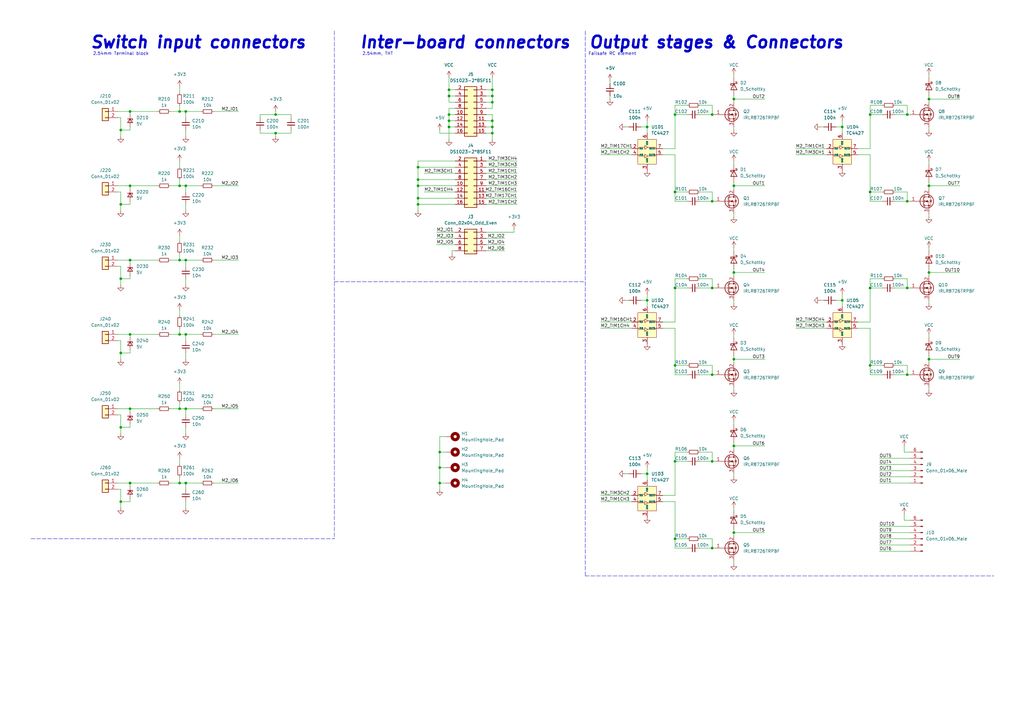
<source format=kicad_sch>
(kicad_sch (version 20211123) (generator eeschema)
  (paper "A3")
  (junction (at 73.66 137.16))
  (junction (at 49.53 144.78))
  (junction (at 49.53 175.26))
  (junction (at 356.87 149.86))
  (junction (at 292.1 153.67))
  (junction (at 372.11 153.67))
  (junction (at 113.03 54.61))
  (junction (at 73.66 76.2))
  (junction (at 76.2 76.2))
  (junction (at 381 76.2))
  (junction (at 73.66 198.12))
  (junction (at 292.1 46.99))
  (junction (at 180.34 185.42))
  (junction (at 201.93 49.53))
  (junction (at 300.99 40.64))
  (junction (at 113.03 46.99))
  (junction (at 53.34 76.2))
  (junction (at 171.45 73.66))
  (junction (at 49.53 205.74))
  (junction (at 53.34 198.12))
  (junction (at 276.86 189.23))
  (junction (at 53.34 45.72))
  (junction (at 53.34 137.16))
  (junction (at 300.99 111.76))
  (junction (at 356.87 118.11))
  (junction (at 300.99 218.44))
  (junction (at 372.11 82.55))
  (junction (at 171.45 81.28))
  (junction (at 49.53 53.34))
  (junction (at 76.2 198.12))
  (junction (at 276.86 78.74))
  (junction (at 345.44 52.07))
  (junction (at 265.43 123.19))
  (junction (at 49.53 83.82))
  (junction (at 180.34 191.77))
  (junction (at 300.99 76.2))
  (junction (at 184.15 49.53))
  (junction (at 201.93 39.37))
  (junction (at 184.15 52.07))
  (junction (at 73.66 45.72))
  (junction (at 276.86 46.99))
  (junction (at 292.1 224.79))
  (junction (at 184.15 39.37))
  (junction (at 76.2 106.68))
  (junction (at 184.15 46.99))
  (junction (at 276.86 220.98))
  (junction (at 292.1 82.55))
  (junction (at 201.93 36.83))
  (junction (at 73.66 106.68))
  (junction (at 345.44 123.19))
  (junction (at 372.11 118.11))
  (junction (at 49.53 114.3))
  (junction (at 265.43 52.07))
  (junction (at 76.2 45.72))
  (junction (at 292.1 118.11))
  (junction (at 201.93 41.91))
  (junction (at 300.99 182.88))
  (junction (at 381 111.76))
  (junction (at 276.86 118.11))
  (junction (at 356.87 78.74))
  (junction (at 76.2 167.64))
  (junction (at 184.15 36.83))
  (junction (at 372.11 46.99))
  (junction (at 292.1 189.23))
  (junction (at 180.34 198.12))
  (junction (at 356.87 46.99))
  (junction (at 201.93 54.61))
  (junction (at 381 147.32))
  (junction (at 171.45 68.58))
  (junction (at 381 40.64))
  (junction (at 171.45 76.2))
  (junction (at 265.43 194.31))
  (junction (at 73.66 167.64))
  (junction (at 53.34 106.68))
  (junction (at 171.45 83.82))
  (junction (at 201.93 52.07))
  (junction (at 300.99 147.32))
  (junction (at 76.2 137.16))
  (junction (at 276.86 149.86))
  (junction (at 53.34 167.64))
  (wire (pts (xy 345.44 123.19) (xy 345.44 125.73)))
  (wire (pts (xy 292.1 118.11) (xy 292.1 114.3)))
  (wire (pts (xy 199.39 97.79) (xy 207.01 97.79)))
  (wire (pts (xy 199.39 52.07) (xy 201.93 52.07)))
  (wire (pts (xy 171.45 76.2) (xy 171.45 81.28)))
  (wire (pts (xy 381 74.93) (xy 381 76.2)))
  (wire (pts (xy 49.53 175.26) (xy 53.34 175.26)))
  (wire (pts (xy 300.99 217.17) (xy 300.99 218.44)))
  (wire (pts (xy 76.2 198.12) (xy 76.2 200.66)))
  (wire (pts (xy 69.85 76.2) (xy 73.66 76.2)))
  (wire (pts (xy 361.95 114.3) (xy 356.87 114.3)))
  (wire (pts (xy 171.45 66.04) (xy 186.69 66.04)))
  (wire (pts (xy 179.07 97.79) (xy 186.69 97.79)))
  (wire (pts (xy 370.84 210.82) (xy 370.84 213.36)))
  (wire (pts (xy 370.84 213.36) (xy 373.38 213.36)))
  (wire (pts (xy 87.63 198.12) (xy 97.79 198.12)))
  (wire (pts (xy 276.86 153.67) (xy 281.94 153.67)))
  (wire (pts (xy 76.2 198.12) (xy 82.55 198.12)))
  (wire (pts (xy 199.39 83.82) (xy 212.09 83.82)))
  (wire (pts (xy 199.39 78.74) (xy 212.09 78.74)))
  (wire (pts (xy 367.03 149.86) (xy 372.11 149.86)))
  (wire (pts (xy 300.99 147.32) (xy 313.69 147.32)))
  (wire (pts (xy 300.99 146.05) (xy 300.99 147.32)))
  (wire (pts (xy 360.68 195.58) (xy 373.38 195.58)))
  (wire (pts (xy 199.39 76.2) (xy 212.09 76.2)))
  (polyline (pts (xy 240.03 115.57) (xy 240.03 236.22)))
  (wire (pts (xy 381 137.16) (xy 381 138.43)))
  (wire (pts (xy 265.43 194.31) (xy 265.43 196.85)))
  (wire (pts (xy 49.53 83.82) (xy 53.34 83.82)))
  (wire (pts (xy 76.2 208.28) (xy 76.2 205.74)))
  (wire (pts (xy 276.86 149.86) (xy 276.86 153.67)))
  (wire (pts (xy 372.11 46.99) (xy 372.11 43.18)))
  (polyline (pts (xy 137.16 115.57) (xy 240.03 115.57)))
  (wire (pts (xy 113.03 46.99) (xy 113.03 45.72)))
  (wire (pts (xy 356.87 118.11) (xy 361.95 118.11)))
  (wire (pts (xy 184.15 41.91) (xy 184.15 39.37)))
  (wire (pts (xy 179.07 100.33) (xy 186.69 100.33)))
  (wire (pts (xy 73.66 127) (xy 73.66 129.54)))
  (wire (pts (xy 201.93 52.07) (xy 201.93 54.61)))
  (wire (pts (xy 53.34 82.55) (xy 53.34 83.82)))
  (wire (pts (xy 246.38 132.08) (xy 259.08 132.08)))
  (wire (pts (xy 265.43 49.53) (xy 265.43 52.07)))
  (wire (pts (xy 53.34 173.99) (xy 53.34 175.26)))
  (wire (pts (xy 367.03 118.11) (xy 372.11 118.11)))
  (wire (pts (xy 360.68 190.5) (xy 373.38 190.5)))
  (polyline (pts (xy 137.16 12.7) (xy 137.16 220.98)))
  (wire (pts (xy 119.38 46.99) (xy 113.03 46.99)))
  (wire (pts (xy 287.02 153.67) (xy 292.1 153.67)))
  (wire (pts (xy 287.02 220.98) (xy 292.1 220.98)))
  (wire (pts (xy 53.34 137.16) (xy 64.77 137.16)))
  (wire (pts (xy 199.39 100.33) (xy 207.01 100.33)))
  (wire (pts (xy 246.38 203.2) (xy 259.08 203.2)))
  (wire (pts (xy 106.68 54.61) (xy 113.03 54.61)))
  (wire (pts (xy 49.53 78.74) (xy 49.53 83.82)))
  (wire (pts (xy 186.69 44.45) (xy 184.15 44.45)))
  (wire (pts (xy 73.66 157.48) (xy 73.66 160.02)))
  (wire (pts (xy 381 158.75) (xy 381 160.02)))
  (wire (pts (xy 300.99 74.93) (xy 300.99 76.2)))
  (wire (pts (xy 361.95 78.74) (xy 356.87 78.74)))
  (wire (pts (xy 171.45 73.66) (xy 171.45 76.2)))
  (wire (pts (xy 281.94 43.18) (xy 276.86 43.18)))
  (wire (pts (xy 49.53 139.7) (xy 49.53 144.78)))
  (wire (pts (xy 276.86 60.96) (xy 276.86 46.99)))
  (wire (pts (xy 171.45 86.36) (xy 171.45 83.82)))
  (wire (pts (xy 180.34 191.77) (xy 182.88 191.77)))
  (wire (pts (xy 76.2 177.8) (xy 76.2 175.26)))
  (wire (pts (xy 182.88 179.07) (xy 180.34 179.07)))
  (wire (pts (xy 381 30.48) (xy 381 31.75)))
  (wire (pts (xy 326.39 132.08) (xy 339.09 132.08)))
  (wire (pts (xy 199.39 46.99) (xy 201.93 46.99)))
  (wire (pts (xy 201.93 54.61) (xy 199.39 54.61)))
  (wire (pts (xy 53.34 143.51) (xy 53.34 144.78)))
  (wire (pts (xy 300.99 39.37) (xy 300.99 40.64)))
  (wire (pts (xy 300.99 101.6) (xy 300.99 102.87)))
  (wire (pts (xy 381 111.76) (xy 381 113.03)))
  (wire (pts (xy 381 52.07) (xy 381 53.34)))
  (wire (pts (xy 49.53 205.74) (xy 49.53 208.28)))
  (wire (pts (xy 87.63 106.68) (xy 97.79 106.68)))
  (wire (pts (xy 381 146.05) (xy 381 147.32)))
  (wire (pts (xy 76.2 45.72) (xy 76.2 48.26)))
  (wire (pts (xy 367.03 114.3) (xy 372.11 114.3)))
  (wire (pts (xy 199.39 95.25) (xy 210.82 95.25)))
  (wire (pts (xy 76.2 55.88) (xy 76.2 53.34)))
  (wire (pts (xy 119.38 48.26) (xy 119.38 46.99)))
  (wire (pts (xy 342.9 52.07) (xy 345.44 52.07)))
  (wire (pts (xy 250.19 34.29) (xy 250.19 33.02)))
  (wire (pts (xy 276.86 46.99) (xy 281.94 46.99)))
  (wire (pts (xy 73.66 76.2) (xy 73.66 73.66)))
  (wire (pts (xy 76.2 86.36) (xy 76.2 83.82)))
  (wire (pts (xy 381 40.64) (xy 393.7 40.64)))
  (wire (pts (xy 360.68 198.12) (xy 373.38 198.12)))
  (wire (pts (xy 171.45 76.2) (xy 186.69 76.2)))
  (wire (pts (xy 336.55 123.19) (xy 337.82 123.19)))
  (wire (pts (xy 53.34 113.03) (xy 53.34 114.3)))
  (wire (pts (xy 360.68 220.98) (xy 373.38 220.98)))
  (wire (pts (xy 265.43 52.07) (xy 265.43 54.61)))
  (wire (pts (xy 292.1 224.79) (xy 293.37 224.79)))
  (wire (pts (xy 48.26 109.22) (xy 49.53 109.22)))
  (wire (pts (xy 356.87 149.86) (xy 356.87 153.67)))
  (wire (pts (xy 281.94 78.74) (xy 276.86 78.74)))
  (wire (pts (xy 287.02 224.79) (xy 292.1 224.79)))
  (wire (pts (xy 360.68 218.44) (xy 373.38 218.44)))
  (polyline (pts (xy 240.03 236.22) (xy 407.67 236.22)))
  (wire (pts (xy 287.02 185.42) (xy 292.1 185.42)))
  (wire (pts (xy 356.87 78.74) (xy 356.87 82.55)))
  (wire (pts (xy 53.34 76.2) (xy 64.77 76.2)))
  (wire (pts (xy 180.34 198.12) (xy 182.88 198.12)))
  (wire (pts (xy 372.11 82.55) (xy 373.38 82.55)))
  (wire (pts (xy 199.39 49.53) (xy 201.93 49.53)))
  (wire (pts (xy 73.66 66.04) (xy 73.66 68.58)))
  (wire (pts (xy 360.68 223.52) (xy 373.38 223.52)))
  (wire (pts (xy 367.03 153.67) (xy 372.11 153.67)))
  (wire (pts (xy 351.79 60.96) (xy 356.87 60.96)))
  (wire (pts (xy 246.38 205.74) (xy 259.08 205.74)))
  (wire (pts (xy 271.78 60.96) (xy 276.86 60.96)))
  (wire (pts (xy 199.39 41.91) (xy 201.93 41.91)))
  (wire (pts (xy 48.26 200.66) (xy 49.53 200.66)))
  (wire (pts (xy 300.99 30.48) (xy 300.99 31.75)))
  (wire (pts (xy 300.99 76.2) (xy 313.69 76.2)))
  (wire (pts (xy 360.68 193.04) (xy 373.38 193.04)))
  (wire (pts (xy 73.66 76.2) (xy 76.2 76.2)))
  (wire (pts (xy 173.99 71.12) (xy 186.69 71.12)))
  (wire (pts (xy 256.54 123.19) (xy 257.81 123.19)))
  (wire (pts (xy 262.89 123.19) (xy 265.43 123.19)))
  (wire (pts (xy 356.87 114.3) (xy 356.87 118.11)))
  (wire (pts (xy 53.34 52.07) (xy 53.34 53.34)))
  (wire (pts (xy 276.86 78.74) (xy 276.86 82.55)))
  (wire (pts (xy 53.34 167.64) (xy 53.34 168.91)))
  (wire (pts (xy 246.38 134.62) (xy 259.08 134.62)))
  (wire (pts (xy 49.53 53.34) (xy 49.53 55.88)))
  (wire (pts (xy 356.87 82.55) (xy 361.95 82.55)))
  (wire (pts (xy 361.95 149.86) (xy 356.87 149.86)))
  (wire (pts (xy 300.99 182.88) (xy 300.99 184.15)))
  (wire (pts (xy 276.86 114.3) (xy 276.86 118.11)))
  (wire (pts (xy 73.66 45.72) (xy 73.66 43.18)))
  (wire (pts (xy 201.93 31.75) (xy 201.93 36.83)))
  (wire (pts (xy 53.34 45.72) (xy 53.34 46.99)))
  (wire (pts (xy 49.53 170.18) (xy 49.53 175.26)))
  (wire (pts (xy 186.69 102.87) (xy 185.42 102.87)))
  (wire (pts (xy 180.34 185.42) (xy 180.34 191.77)))
  (wire (pts (xy 381 123.19) (xy 381 124.46)))
  (wire (pts (xy 300.99 147.32) (xy 300.99 148.59)))
  (wire (pts (xy 292.1 46.99) (xy 292.1 43.18)))
  (wire (pts (xy 372.11 82.55) (xy 372.11 78.74)))
  (wire (pts (xy 381 101.6) (xy 381 102.87)))
  (wire (pts (xy 381 87.63) (xy 381 88.9)))
  (wire (pts (xy 361.95 43.18) (xy 356.87 43.18)))
  (wire (pts (xy 300.99 52.07) (xy 300.99 53.34)))
  (wire (pts (xy 49.53 175.26) (xy 49.53 177.8)))
  (wire (pts (xy 292.1 153.67) (xy 293.37 153.67)))
  (wire (pts (xy 281.94 185.42) (xy 276.86 185.42)))
  (wire (pts (xy 351.79 63.5) (xy 356.87 63.5)))
  (wire (pts (xy 173.99 78.74) (xy 186.69 78.74)))
  (wire (pts (xy 119.38 54.61) (xy 113.03 54.61)))
  (wire (pts (xy 73.66 167.64) (xy 76.2 167.64)))
  (wire (pts (xy 300.99 110.49) (xy 300.99 111.76)))
  (wire (pts (xy 76.2 167.64) (xy 76.2 170.18)))
  (wire (pts (xy 53.34 204.47) (xy 53.34 205.74)))
  (wire (pts (xy 356.87 60.96) (xy 356.87 46.99)))
  (wire (pts (xy 171.45 68.58) (xy 171.45 73.66)))
  (wire (pts (xy 326.39 63.5) (xy 339.09 63.5)))
  (wire (pts (xy 292.1 153.67) (xy 292.1 149.86)))
  (wire (pts (xy 360.68 226.06) (xy 373.38 226.06)))
  (wire (pts (xy 180.34 191.77) (xy 180.34 198.12)))
  (wire (pts (xy 287.02 82.55) (xy 292.1 82.55)))
  (wire (pts (xy 171.45 68.58) (xy 186.69 68.58)))
  (wire (pts (xy 250.19 40.64) (xy 250.19 39.37)))
  (wire (pts (xy 201.93 46.99) (xy 201.93 49.53)))
  (wire (pts (xy 184.15 39.37) (xy 184.15 36.83)))
  (wire (pts (xy 276.86 118.11) (xy 281.94 118.11)))
  (wire (pts (xy 345.44 120.65) (xy 345.44 123.19)))
  (wire (pts (xy 276.86 203.2) (xy 276.86 189.23)))
  (wire (pts (xy 53.34 106.68) (xy 64.77 106.68)))
  (wire (pts (xy 69.85 45.72) (xy 73.66 45.72)))
  (wire (pts (xy 119.38 53.34) (xy 119.38 54.61)))
  (wire (pts (xy 265.43 191.77) (xy 265.43 194.31)))
  (wire (pts (xy 171.45 81.28) (xy 171.45 83.82)))
  (wire (pts (xy 300.99 66.04) (xy 300.99 67.31)))
  (wire (pts (xy 199.39 73.66) (xy 212.09 73.66)))
  (wire (pts (xy 49.53 144.78) (xy 53.34 144.78)))
  (wire (pts (xy 300.99 218.44) (xy 300.99 219.71)))
  (wire (pts (xy 199.39 68.58) (xy 212.09 68.58)))
  (wire (pts (xy 76.2 137.16) (xy 82.55 137.16)))
  (wire (pts (xy 372.11 46.99) (xy 373.38 46.99)))
  (wire (pts (xy 287.02 149.86) (xy 292.1 149.86)))
  (wire (pts (xy 292.1 189.23) (xy 293.37 189.23)))
  (wire (pts (xy 265.43 123.19) (xy 265.43 125.73)))
  (wire (pts (xy 287.02 118.11) (xy 292.1 118.11)))
  (wire (pts (xy 300.99 229.87) (xy 300.99 231.14)))
  (wire (pts (xy 49.53 205.74) (xy 53.34 205.74)))
  (wire (pts (xy 367.03 82.55) (xy 372.11 82.55)))
  (wire (pts (xy 356.87 132.08) (xy 356.87 118.11)))
  (wire (pts (xy 300.99 40.64) (xy 300.99 41.91)))
  (wire (pts (xy 184.15 49.53) (xy 186.69 49.53)))
  (wire (pts (xy 276.86 134.62) (xy 276.86 149.86)))
  (wire (pts (xy 201.93 36.83) (xy 199.39 36.83)))
  (wire (pts (xy 76.2 137.16) (xy 76.2 139.7)))
  (wire (pts (xy 367.03 78.74) (xy 372.11 78.74)))
  (wire (pts (xy 271.78 203.2) (xy 276.86 203.2)))
  (wire (pts (xy 381 40.64) (xy 381 41.91)))
  (wire (pts (xy 180.34 179.07) (xy 180.34 185.42)))
  (wire (pts (xy 246.38 60.96) (xy 259.08 60.96)))
  (wire (pts (xy 53.34 198.12) (xy 53.34 199.39)))
  (wire (pts (xy 300.99 40.64) (xy 313.69 40.64)))
  (wire (pts (xy 300.99 87.63) (xy 300.99 88.9)))
  (polyline (pts (xy 240.03 12.7) (xy 240.03 115.57)))
  (wire (pts (xy 48.26 139.7) (xy 49.53 139.7)))
  (wire (pts (xy 356.87 134.62) (xy 356.87 149.86)))
  (wire (pts (xy 360.68 215.9) (xy 373.38 215.9)))
  (wire (pts (xy 49.53 200.66) (xy 49.53 205.74)))
  (wire (pts (xy 185.42 102.87) (xy 185.42 104.14)))
  (wire (pts (xy 300.99 218.44) (xy 313.69 218.44)))
  (wire (pts (xy 300.99 194.31) (xy 300.99 195.58)))
  (wire (pts (xy 180.34 198.12) (xy 180.34 200.66)))
  (wire (pts (xy 180.34 185.42) (xy 182.88 185.42)))
  (wire (pts (xy 179.07 95.25) (xy 186.69 95.25)))
  (wire (pts (xy 171.45 83.82) (xy 186.69 83.82)))
  (wire (pts (xy 342.9 123.19) (xy 345.44 123.19)))
  (wire (pts (xy 381 110.49) (xy 381 111.76)))
  (wire (pts (xy 180.34 53.34) (xy 180.34 54.61)))
  (wire (pts (xy 276.86 63.5) (xy 276.86 78.74)))
  (polyline (pts (xy 12.7 220.98) (xy 137.16 220.98)))
  (wire (pts (xy 48.26 106.68) (xy 53.34 106.68)))
  (wire (pts (xy 372.11 118.11) (xy 373.38 118.11)))
  (wire (pts (xy 287.02 46.99) (xy 292.1 46.99)))
  (wire (pts (xy 53.34 167.64) (xy 64.77 167.64)))
  (wire (pts (xy 281.94 114.3) (xy 276.86 114.3)))
  (wire (pts (xy 69.85 137.16) (xy 73.66 137.16)))
  (wire (pts (xy 184.15 31.75) (xy 184.15 36.83)))
  (wire (pts (xy 73.66 35.56) (xy 73.66 38.1)))
  (wire (pts (xy 53.34 45.72) (xy 64.77 45.72)))
  (wire (pts (xy 184.15 44.45) (xy 184.15 46.99)))
  (wire (pts (xy 184.15 52.07) (xy 184.15 57.15)))
  (wire (pts (xy 276.86 43.18) (xy 276.86 46.99)))
  (wire (pts (xy 184.15 49.53) (xy 184.15 52.07)))
  (wire (pts (xy 69.85 167.64) (xy 73.66 167.64)))
  (wire (pts (xy 73.66 137.16) (xy 76.2 137.16)))
  (wire (pts (xy 262.89 52.07) (xy 265.43 52.07)))
  (wire (pts (xy 300.99 158.75) (xy 300.99 160.02)))
  (wire (pts (xy 287.02 78.74) (xy 292.1 78.74)))
  (wire (pts (xy 356.87 63.5) (xy 356.87 78.74)))
  (wire (pts (xy 48.26 198.12) (xy 53.34 198.12)))
  (wire (pts (xy 381 111.76) (xy 393.7 111.76)))
  (wire (pts (xy 262.89 194.31) (xy 265.43 194.31)))
  (wire (pts (xy 281.94 149.86) (xy 276.86 149.86)))
  (wire (pts (xy 171.45 73.66) (xy 186.69 73.66)))
  (wire (pts (xy 53.34 198.12) (xy 64.77 198.12)))
  (wire (pts (xy 265.43 120.65) (xy 265.43 123.19)))
  (wire (pts (xy 356.87 153.67) (xy 361.95 153.67)))
  (wire (pts (xy 372.11 153.67) (xy 373.38 153.67)))
  (wire (pts (xy 372.11 118.11) (xy 372.11 114.3)))
  (wire (pts (xy 48.26 170.18) (xy 49.53 170.18)))
  (wire (pts (xy 292.1 224.79) (xy 292.1 220.98)))
  (wire (pts (xy 381 39.37) (xy 381 40.64)))
  (wire (pts (xy 381 147.32) (xy 393.7 147.32)))
  (wire (pts (xy 326.39 134.62) (xy 339.09 134.62)))
  (wire (pts (xy 49.53 109.22) (xy 49.53 114.3)))
  (wire (pts (xy 300.99 111.76) (xy 300.99 113.03)))
  (wire (pts (xy 106.68 46.99) (xy 113.03 46.99)))
  (wire (pts (xy 345.44 52.07) (xy 345.44 54.61)))
  (wire (pts (xy 300.99 111.76) (xy 313.69 111.76)))
  (wire (pts (xy 199.39 81.28) (xy 212.09 81.28)))
  (wire (pts (xy 356.87 43.18) (xy 356.87 46.99)))
  (wire (pts (xy 276.86 185.42) (xy 276.86 189.23)))
  (wire (pts (xy 184.15 41.91) (xy 186.69 41.91)))
  (wire (pts (xy 76.2 147.32) (xy 76.2 144.78)))
  (wire (pts (xy 73.66 198.12) (xy 76.2 198.12)))
  (wire (pts (xy 210.82 93.98) (xy 210.82 95.25)))
  (wire (pts (xy 76.2 106.68) (xy 76.2 109.22)))
  (wire (pts (xy 48.26 45.72) (xy 53.34 45.72)))
  (wire (pts (xy 184.15 39.37) (xy 186.69 39.37)))
  (wire (pts (xy 271.78 132.08) (xy 276.86 132.08)))
  (wire (pts (xy 256.54 194.31) (xy 257.81 194.31)))
  (wire (pts (xy 326.39 60.96) (xy 339.09 60.96)))
  (wire (pts (xy 372.11 153.67) (xy 372.11 149.86)))
  (wire (pts (xy 287.02 114.3) (xy 292.1 114.3)))
  (wire (pts (xy 367.03 43.18) (xy 372.11 43.18)))
  (wire (pts (xy 276.86 82.55) (xy 281.94 82.55)))
  (wire (pts (xy 76.2 76.2) (xy 76.2 78.74)))
  (wire (pts (xy 351.79 134.62) (xy 356.87 134.62)))
  (wire (pts (xy 49.53 83.82) (xy 49.53 86.36)))
  (wire (pts (xy 287.02 189.23) (xy 292.1 189.23)))
  (wire (pts (xy 49.53 114.3) (xy 49.53 116.84)))
  (wire (pts (xy 53.34 106.68) (xy 53.34 107.95)))
  (wire (pts (xy 69.85 106.68) (xy 73.66 106.68)))
  (wire (pts (xy 73.66 198.12) (xy 73.66 195.58)))
  (wire (pts (xy 276.86 205.74) (xy 276.86 220.98)))
  (wire (pts (xy 73.66 45.72) (xy 76.2 45.72)))
  (wire (pts (xy 73.66 167.64) (xy 73.66 165.1)))
  (wire (pts (xy 271.78 134.62) (xy 276.86 134.62)))
  (wire (pts (xy 171.45 81.28) (xy 186.69 81.28)))
  (wire (pts (xy 292.1 82.55) (xy 292.1 78.74)))
  (wire (pts (xy 184.15 46.99) (xy 184.15 49.53)))
  (wire (pts (xy 360.68 187.96) (xy 373.38 187.96)))
  (wire (pts (xy 180.34 54.61) (xy 186.69 54.61)))
  (wire (pts (xy 271.78 63.5) (xy 276.86 63.5)))
  (wire (pts (xy 48.26 167.64) (xy 53.34 167.64)))
  (wire (pts (xy 48.26 48.26) (xy 49.53 48.26)))
  (wire (pts (xy 87.63 76.2) (xy 97.79 76.2)))
  (wire (pts (xy 73.66 96.52) (xy 73.66 99.06)))
  (wire (pts (xy 345.44 49.53) (xy 345.44 52.07)))
  (wire (pts (xy 292.1 46.99) (xy 293.37 46.99)))
  (wire (pts (xy 48.26 78.74) (xy 49.53 78.74)))
  (wire (pts (xy 336.55 52.07) (xy 337.82 52.07)))
  (wire (pts (xy 76.2 116.84) (xy 76.2 114.3)))
  (wire (pts (xy 276.86 132.08) (xy 276.86 118.11)))
  (wire (pts (xy 271.78 205.74) (xy 276.86 205.74)))
  (wire (pts (xy 351.79 132.08) (xy 356.87 132.08)))
  (wire (pts (xy 300.99 76.2) (xy 300.99 77.47)))
  (wire (pts (xy 73.66 187.96) (xy 73.66 190.5)))
  (wire (pts (xy 300.99 172.72) (xy 300.99 173.99)))
  (wire (pts (xy 300.99 137.16) (xy 300.99 138.43)))
  (wire (pts (xy 300.99 123.19) (xy 300.99 124.46)))
  (wire (pts (xy 76.2 167.64) (xy 82.55 167.64)))
  (wire (pts (xy 381 147.32) (xy 381 148.59)))
  (wire (pts (xy 201.93 44.45) (xy 201.93 41.91)))
  (wire (pts (xy 381 66.04) (xy 381 67.31)))
  (wire (pts (xy 53.34 76.2) (xy 53.34 77.47)))
  (wire (pts (xy 49.53 53.34) (xy 53.34 53.34)))
  (wire (pts (xy 300.99 208.28) (xy 300.99 209.55)))
  (wire (pts (xy 199.39 39.37) (xy 201.93 39.37)))
  (wire (pts (xy 184.15 52.07) (xy 186.69 52.07)))
  (wire (pts (xy 73.66 137.16) (xy 73.66 134.62)))
  (wire (pts (xy 69.85 198.12) (xy 73.66 198.12)))
  (wire (pts (xy 106.68 53.34) (xy 106.68 54.61)))
  (wire (pts (xy 276.86 224.79) (xy 281.94 224.79)))
  (wire (pts (xy 106.68 48.26) (xy 106.68 46.99)))
  (wire (pts (xy 76.2 106.68) (xy 82.55 106.68)))
  (wire (pts (xy 300.99 181.61) (xy 300.99 182.88)))
  (wire (pts (xy 381 76.2) (xy 393.7 76.2)))
  (wire (pts (xy 48.26 76.2) (xy 53.34 76.2)))
  (wire (pts (xy 281.94 220.98) (xy 276.86 220.98)))
  (wire (pts (xy 370.84 182.88) (xy 370.84 185.42)))
  (wire (pts (xy 87.63 137.16) (xy 97.79 137.16)))
  (wire (pts (xy 292.1 118.11) (xy 293.37 118.11)))
  (wire (pts (xy 73.66 106.68) (xy 73.66 104.14)))
  (wire (pts (xy 292.1 82.55) (xy 293.37 82.55)))
  (wire (pts (xy 73.66 106.68) (xy 76.2 106.68)))
  (wire (pts (xy 49.53 144.78) (xy 49.53 147.32)))
  (wire (pts (xy 53.34 137.16) (xy 53.34 138.43)))
  (wire (pts (xy 300.99 182.88) (xy 313.69 182.88)))
  (wire (pts (xy 201.93 41.91) (xy 201.93 39.37)))
  (wire (pts (xy 370.84 185.42) (xy 373.38 185.42)))
  (wire (pts (xy 87.63 167.64) (xy 97.79 167.64)))
  (wire (pts (xy 76.2 76.2) (xy 82.55 76.2)))
  (wire (pts (xy 199.39 102.87) (xy 207.01 102.87)))
  (wire (pts (xy 356.87 46.99) (xy 361.95 46.99)))
  (wire (pts (xy 292.1 189.23) (xy 292.1 185.42)))
  (wire (pts (xy 87.63 45.72) (xy 97.79 45.72)))
  (wire (pts (xy 113.03 54.61) (xy 113.03 55.88)))
  (wire (pts (xy 76.2 45.72) (xy 82.55 45.72)))
  (wire (pts (xy 201.93 39.37) (xy 201.93 36.83)))
  (wire (pts (xy 201.93 54.61) (xy 201.93 57.15)))
  (wire (pts (xy 199.39 71.12) (xy 212.09 71.12)))
  (wire (pts (xy 256.54 52.07) (xy 257.81 52.07)))
  (wire (pts (xy 49.53 48.26) (xy 49.53 53.34)))
  (wire (pts (xy 287.02 43.18) (xy 292.1 43.18)))
  (wire (pts (xy 276.86 189.23) (xy 281.94 189.23)))
  (wire (pts (xy 48.26 137.16) (xy 53.34 137.16)))
  (wire (pts (xy 186.69 46.99) (xy 184.15 46.99)))
  (wire (pts (xy 381 76.2) (xy 381 77.47)))
  (wire (pts (xy 367.03 46.99) (xy 372.11 46.99)))
  (wire (pts (xy 184.15 36.83) (xy 186.69 36.83)))
  (wire (pts (xy 201.93 49.53) (xy 201.93 52.07)))
  (wire (pts (xy 49.53 114.3) (xy 53.34 114.3)))
  (wire (pts (xy 276.86 220.98) (xy 276.86 224.79)))
  (wire (pts (xy 171.45 66.04) (xy 171.45 68.58)))
  (wire (pts (xy 246.38 63.5) (xy 259.08 63.5)))
  (wire (pts (xy 199.39 44.45) (xy 201.93 44.45)))
  (wire (pts (xy 199.39 66.04) (xy 212.09 66.04)))
  (text "Failsafe RC element" (at 241.3 22.86 0) (effects (font (size 1.27 1.27)) (justify left bottom)))
  (text "Inter-board connectors" (at 147.32 20.32 0) (effects (font (size 4.8 4.8) (thickness 1) bold italic) (justify left bottom)))
  (text "Switch input connectors" (at 36.83 20.32 0) (effects (font (size 4.8 4.8) (thickness 1) bold italic) (justify left bottom)))
  (text "2.54mm Terminal block" (at 38.1 22.86 0) (effects (font (size 1.27 1.27)) (justify left bottom)))
  (text "2.54mm, THT" (at 148.59 22.86 0) (effects (font (size 1.27 1.27)) (justify left bottom)))
  (text "Output stages & Connectors" (at 241.3 20.32 0) (effects (font (size 4.8 4.8) (thickness 1) bold italic) (justify left bottom)))
  (label "OUT2" (at 313.69 40.64 180))
  (label "M2_IO2" (at 97.79 76.2 180))
  (label "OUT7" (at 360.68 223.52 0))
  (label "OUT3" (at 360.68 193.04 0))
  (label "OUT10" (at 360.68 215.9 0))
  (label "M2_IO5" (at 97.79 167.64 180))
  (label "M2_TIM1CH2" (at 246.38 63.5 0))
  (label "M2_TIM3CH1" (at 326.39 63.5 0))
  (label "M2_TIM3CH1" (at 173.99 71.12 0))
  (label "OUT7" (at 393.7 76.2 180))
  (label "M2_TIM1CH2" (at 212.09 83.82 180))
  (label "OUT9" (at 360.68 218.44 0))
  (label "M2_TIM1CH1" (at 212.09 71.12 180))
  (label "OUT10" (at 393.7 111.76 180))
  (label "OUT6" (at 360.68 226.06 0))
  (label "OUT1" (at 360.68 198.12 0))
  (label "M2_IO5" (at 179.07 100.33 0))
  (label "M2_TIM1CH4" (at 246.38 134.62 0))
  (label "M2_IO6" (at 97.79 198.12 180))
  (label "M2_IO1" (at 179.07 95.25 0))
  (label "M2_TIM3CH3" (at 326.39 134.62 0))
  (label "M2_IO2" (at 207.01 97.79 180))
  (label "M2_TIM3CH2" (at 246.38 203.2 0))
  (label "M2_TIM3CH2" (at 212.09 73.66 180))
  (label "M2_TIM1CH1" (at 326.39 60.96 0))
  (label "M2_TIM17CH1" (at 212.09 81.28 180))
  (label "OUT8" (at 393.7 40.64 180))
  (label "OUT1" (at 313.69 76.2 180))
  (label "M2_TIM1CH3" (at 246.38 205.74 0))
  (label "M2_IO6" (at 207.01 102.87 180))
  (label "M2_IO4" (at 97.79 137.16 180))
  (label "M2_TIM16CH1" (at 246.38 132.08 0))
  (label "M2_IO3" (at 97.79 106.68 180))
  (label "OUT4" (at 360.68 190.5 0))
  (label "OUT6" (at 313.69 182.88 180))
  (label "OUT5" (at 313.69 218.44 180))
  (label "OUT2" (at 360.68 195.58 0))
  (label "M2_IO3" (at 179.07 97.79 0))
  (label "M2_TIM3CH4" (at 326.39 132.08 0))
  (label "M2_IO1" (at 97.79 45.72 180))
  (label "M2_TIM16CH1" (at 212.09 78.74 180))
  (label "OUT5" (at 360.68 187.96 0))
  (label "OUT8" (at 360.68 220.98 0))
  (label "M2_IO4" (at 207.01 100.33 180))
  (label "OUT9" (at 393.7 147.32 180))
  (label "M2_TIM17CH1" (at 246.38 60.96 0))
  (label "M2_TIM3CH3" (at 212.09 68.58 180))
  (label "M2_TIM1CH3" (at 212.09 76.2 180))
  (label "M2_TIM3CH4" (at 212.09 66.04 180))
  (label "OUT3" (at 313.69 147.32 180))
  (label "OUT4" (at 313.69 111.76 180))
  (label "M2_TIM1CH4" (at 173.99 78.74 0))
  (symbol (lib_id "Device:R_Small") (at 67.31 198.12 90) (unit 1)
    (property "Reference" "R260" (at 67.31 193.04 90))
    (property "Value" "1k" (at 67.31 195.58 90))
    (property "Footprint" "Resistor_SMD:R_0402_1005Metric" (effects hide))
  )
  (symbol (lib_id "power:GND") (at 76.2 55.88 0) (unit 1)
    (property "Reference" "#PWR0103" (effects hide))
    (property "Value" "GND" (effects hide))
  )
  (symbol (lib_id "Device:R_Small") (at 85.09 167.64 90) (unit 1)
    (property "Reference" "R252" (at 85.09 162.56 90))
    (property "Value" "10k" (at 85.09 165.1 90))
    (property "Footprint" "Resistor_SMD:R_0402_1005Metric" (effects hide))
  )
  (symbol (lib_id "Connector_Generic:Conn_01x02") (at 43.18 106.68 0) (mirror y) (unit 1)
    (property "Reference" "J230" (at 43.18 100.33 0))
    (property "Value" "Conn_01x02" (at 43.18 102.87 0))
    (property "Footprint" "OwnLib:DB2ERC-2.54-2P-GN" (effects hide))
  )
  (symbol (lib_id "power:GND") (at 256.54 123.19 270) (unit 1)
    (property "Reference" "#PWR0166" (effects hide))
    (property "Value" "GND" (effects hide))
  )
  (symbol (lib_id "power:+3.3V") (at 73.66 127 0) (unit 1)
    (property "Reference" "#PWR0111" (effects hide))
    (property "Value" "+3.3V" (at 73.66 121.92 0))
  )
  (symbol (lib_id "Connector:Conn_01x06_Male") (at 378.46 220.98 180) (unit 1)
    (property "Reference" "J10" (at 379.73 218.4399 0) (effects (justify right)))
    (property "Value" "Conn_01x06_Male" (at 379.73 220.9799 0) (effects (justify right)))
    (property "Footprint" "Connector_Phoenix_MC:PhoenixContact_MCV_1,5_6-GF-3.81_1x06_P3.81mm_Vertical_ThreadedFlange" (effects hide))
  )
  (symbol (lib_id "power:+3.3V") (at 73.66 157.48 0) (unit 1)
    (property "Reference" "#PWR0117" (effects hide))
    (property "Value" "+3.3V" (at 73.66 152.4 0))
  )
  (symbol (lib_id "Connector_Generic:Conn_01x02") (at 43.18 167.64 0) (mirror y) (unit 1)
    (property "Reference" "J250" (at 43.18 161.29 0))
    (property "Value" "Conn_01x02" (at 43.18 163.83 0))
    (property "Footprint" "OwnLib:DB2ERC-2.54-2P-GN" (effects hide))
  )
  (symbol (lib_id "Device:R_Small") (at 85.09 106.68 90) (unit 1)
    (property "Reference" "R232" (at 85.09 101.6 90))
    (property "Value" "10k" (at 85.09 104.14 90))
    (property "Footprint" "Resistor_SMD:R_0402_1005Metric" (effects hide))
  )
  (symbol (lib_id "power:GND") (at 381 88.9 0) (unit 1)
    (property "Reference" "#PWR0164" (effects hide))
    (property "Value" "GND" (effects hide))
  )
  (symbol (lib_id "Device:R_Small") (at 364.49 114.3 90) (unit 1)
    (property "Reference" "R110" (at 359.41 113.03 90))
    (property "Value" "10k" (at 368.3 113.03 90))
    (property "Footprint" "Resistor_SMD:R_0402_1005Metric" (effects hide))
  )
  (symbol (lib_id "Device:Q_NMOS_GDS") (at 378.46 118.11 0) (unit 1)
    (property "Reference" "Q10" (at 384.81 116.8399 0) (effects (justify left)))
    (property "Value" "IRLR8726TRPBF" (at 384.81 119.3799 0) (effects (justify left)))
    (property "Footprint" "Package_TO_SOT_SMD:TO-252-2" (effects hide))
  )
  (symbol (lib_id "power:+3.3V") (at 210.82 93.98 0) (unit 1)
    (property "Reference" "#PWR0143" (effects hide))
    (property "Value" "+3.3V" (at 210.82 88.9 0))
  )
  (symbol (lib_id "power:GND") (at 76.2 116.84 0) (unit 1)
    (property "Reference" "#PWR0110" (effects hide))
    (property "Value" "GND" (effects hide))
  )
  (symbol (lib_id "power:+5V") (at 250.19 33.02 0) (unit 1)
    (property "Reference" "#PWR0123" (effects hide))
    (property "Value" "+5V" (at 250.19 27.94 0))
  )
  (symbol (lib_id "power:VCC") (at 300.99 208.28 0) (unit 1)
    (property "Reference" "#PWR0135" (effects hide))
    (property "Value" "VCC" (at 299.085 204.47 0) (effects (justify left)))
  )
  (symbol (lib_id "Connector_Generic:Conn_02x08_Odd_Even") (at 194.31 73.66 0) (mirror y) (unit 1)
    (property "Reference" "J4" (at 193.04 59.69 0))
    (property "Value" "DS1023-2*8SF11" (at 193.04 62.23 0))
    (property "Footprint" "Connector_PinSocket_2.54mm:PinSocket_2x08_P2.54mm_Vertical" (effects hide))
  )
  (symbol (lib_id "Mechanical:MountingHole_Pad") (at 185.42 185.42 270) (unit 1)
    (property "Reference" "H2" (at 189.23 184.1499 90) (effects (justify left)))
    (property "Value" "MountingHole_Pad" (at 189.23 186.6899 90) (effects (justify left)))
    (property "Footprint" "MountingHole:MountingHole_3.2mm_M3_Pad_Via" (effects hide))
  )
  (symbol (lib_id "Device:R_Small") (at 284.48 43.18 90) (unit 1)
    (property "Reference" "R102" (at 279.4 41.91 90))
    (property "Value" "10k" (at 288.29 41.91 90))
    (property "Footprint" "Resistor_SMD:R_0402_1005Metric" (effects hide))
  )
  (symbol (lib_id "Device:C_Small") (at 284.48 46.99 90) (unit 1)
    (property "Reference" "C102" (at 279.4 45.72 90))
    (property "Value" "100n" (at 288.29 45.72 90))
    (property "Footprint" "Capacitor_SMD:C_0402_1005Metric" (effects hide))
  )
  (symbol (lib_id "Device:C_Small") (at 76.2 50.8 0) (unit 1)
    (property "Reference" "C210" (at 78.74 49.5362 0) (effects (justify left)))
    (property "Value" "10n" (at 78.74 52.0762 0) (effects (justify left)))
    (property "Footprint" "Capacitor_SMD:C_0402_1005Metric" (effects hide))
  )
  (symbol (lib_id "Device:C_Small") (at 364.49 82.55 90) (unit 1)
    (property "Reference" "C107" (at 359.41 81.28 90))
    (property "Value" "100n" (at 368.3 81.28 90))
    (property "Footprint" "Capacitor_SMD:C_0402_1005Metric" (effects hide))
  )
  (symbol (lib_id "power:VCC") (at 381 137.16 0) (unit 1)
    (property "Reference" "#PWR0157" (effects hide))
    (property "Value" "VCC" (at 379.095 133.35 0) (effects (justify left)))
  )
  (symbol (lib_id "power:GND") (at 76.2 147.32 0) (unit 1)
    (property "Reference" "#PWR0118" (effects hide))
    (property "Value" "GND" (effects hide))
  )
  (symbol (lib_id "Device:Q_NMOS_GDS") (at 298.45 46.99 0) (unit 1)
    (property "Reference" "Q2" (at 304.8 45.7199 0) (effects (justify left)))
    (property "Value" "IRLR8726TRPBF" (at 304.8 48.2599 0) (effects (justify left)))
    (property "Footprint" "Package_TO_SOT_SMD:TO-252-2" (effects hide))
  )
  (symbol (lib_id "Device:C_Small") (at 340.36 52.07 90) (unit 1)
    (property "Reference" "C114" (at 340.3663 45.72 90))
    (property "Value" "100n" (at 340.3663 48.26 90))
    (property "Footprint" "Capacitor_SMD:C_0402_1005Metric" (effects hide))
  )
  (symbol (lib_id "Device:Q_NMOS_GDS") (at 298.45 82.55 0) (unit 1)
    (property "Reference" "Q1" (at 304.8 81.2799 0) (effects (justify left)))
    (property "Value" "IRLR8726TRPBF" (at 304.8 83.8199 0) (effects (justify left)))
    (property "Footprint" "Package_TO_SOT_SMD:TO-252-2" (effects hide))
  )
  (symbol (lib_id "power:GND") (at 180.34 200.66 0) (unit 1)
    (property "Reference" "#PWR0101" (effects hide))
    (property "Value" "GND" (effects hide))
  )
  (symbol (lib_id "power:VCC") (at 370.84 210.82 0) (unit 1)
    (property "Reference" "#PWR0177" (effects hide))
    (property "Value" "VCC" (at 368.935 207.01 0) (effects (justify left)))
  )
  (symbol (lib_id "Device:R_Small") (at 73.66 40.64 0) (unit 1)
    (property "Reference" "R211" (at 74.93 39.37 0) (effects (justify left)))
    (property "Value" "100k" (at 74.93 41.91 0) (effects (justify left)))
    (property "Footprint" "Resistor_SMD:R_0402_1005Metric" (effects hide))
  )
  (symbol (lib_id "Device:C_Small") (at 284.48 189.23 90) (unit 1)
    (property "Reference" "C106" (at 279.4 187.96 90))
    (property "Value" "100n" (at 288.29 187.96 90))
    (property "Footprint" "Capacitor_SMD:C_0402_1005Metric" (effects hide))
  )
  (symbol (lib_id "power:+3.3V") (at 73.66 96.52 0) (unit 1)
    (property "Reference" "#PWR0106" (effects hide))
    (property "Value" "+3.3V" (at 73.66 91.44 0))
  )
  (symbol (lib_id "power:GND") (at 49.53 208.28 0) (unit 1)
    (property "Reference" "#PWR0120" (effects hide))
    (property "Value" "GND" (effects hide))
  )
  (symbol (lib_id "power:GND") (at 49.53 55.88 0) (unit 1)
    (property "Reference" "#PWR0104" (effects hide))
    (property "Value" "GND" (effects hide))
  )
  (symbol (lib_id "Device:C_Small") (at 340.36 123.19 90) (unit 1)
    (property "Reference" "C115" (at 340.3663 116.84 90))
    (property "Value" "100n" (at 340.3663 119.38 90))
    (property "Footprint" "Capacitor_SMD:C_0402_1005Metric" (effects hide))
  )
  (symbol (lib_id "Mechanical:MountingHole_Pad") (at 185.42 191.77 270) (unit 1)
    (property "Reference" "H3" (at 189.23 190.4999 90) (effects (justify left)))
    (property "Value" "MountingHole_Pad" (at 189.23 193.0399 90) (effects (justify left)))
    (property "Footprint" "MountingHole:MountingHole_3.2mm_M3_Pad_Via" (effects hide))
  )
  (symbol (lib_id "power:GND") (at 49.53 86.36 0) (unit 1)
    (property "Reference" "#PWR0105" (effects hide))
    (property "Value" "GND" (effects hide))
  )
  (symbol (lib_id "Device:D_Schottky") (at 300.99 213.36 270) (unit 1)
    (property "Reference" "D5" (at 303.53 211.7724 90) (effects (justify left)))
    (property "Value" "D_Schottky" (at 303.53 214.3124 90) (effects (justify left)))
    (property "Footprint" "Diode_SMD:D_SMA" (effects hide))
  )
  (symbol (lib_id "power:GND") (at 49.53 147.32 0) (unit 1)
    (property "Reference" "#PWR0119" (effects hide))
    (property "Value" "GND" (effects hide))
  )
  (symbol (lib_id "power:GND") (at 256.54 52.07 270) (unit 1)
    (property "Reference" "#PWR0148" (effects hide))
    (property "Value" "GND" (effects hide))
  )
  (symbol (lib_id "Device:D_Schottky") (at 381 142.24 270) (unit 1)
    (property "Reference" "D9" (at 383.54 140.6524 90) (effects (justify left)))
    (property "Value" "D_Schottky" (at 383.54 143.1924 90) (effects (justify left)))
    (property "Footprint" "Diode_SMD:D_SMA" (effects hide))
  )
  (symbol (lib_id "power:GND") (at 76.2 86.36 0) (unit 1)
    (property "Reference" "#PWR0107" (effects hide))
    (property "Value" "GND" (effects hide))
  )
  (symbol (lib_id "power:+5V") (at 180.34 53.34 0) (unit 1)
    (property "Reference" "#PWR0170" (effects hide))
    (property "Value" "+5V" (at 180.34 48.26 0))
  )
  (symbol (lib_id "power:+3.3V") (at 73.66 66.04 0) (unit 1)
    (property "Reference" "#PWR0108" (effects hide))
    (property "Value" "+3.3V" (at 73.66 60.96 0))
  )
  (symbol (lib_id "power:VCC") (at 381 101.6 0) (unit 1)
    (property "Reference" "#PWR0158" (effects hide))
    (property "Value" "VCC" (at 379.095 97.79 0) (effects (justify left)))
  )
  (symbol (lib_id "Mechanical:MountingHole_Pad") (at 185.42 179.07 270) (unit 1)
    (property "Reference" "H1" (at 189.23 177.7999 90) (effects (justify left)))
    (property "Value" "MountingHole_Pad" (at 189.23 180.3399 90) (effects (justify left)))
    (property "Footprint" "MountingHole:MountingHole_3.2mm_M3_Pad_Via" (effects hide))
  )
  (symbol (lib_id "Device:R_Small") (at 284.48 220.98 90) (unit 1)
    (property "Reference" "R105" (at 279.4 219.71 90))
    (property "Value" "10k" (at 288.29 219.71 90))
    (property "Footprint" "Resistor_SMD:R_0402_1005Metric" (effects hide))
  )
  (symbol (lib_id "Device:C_Small") (at 284.48 153.67 90) (unit 1)
    (property "Reference" "C103" (at 279.4 152.4 90))
    (property "Value" "100n" (at 288.29 152.4 90))
    (property "Footprint" "Capacitor_SMD:C_0402_1005Metric" (effects hide))
  )
  (symbol (lib_id "power:VCC") (at 300.99 66.04 0) (unit 1)
    (property "Reference" "#PWR0153" (effects hide))
    (property "Value" "VCC" (at 299.085 62.23 0) (effects (justify left)))
  )
  (symbol (lib_id "Device:C_Small") (at 76.2 203.2 0) (unit 1)
    (property "Reference" "C260" (at 78.74 201.9362 0) (effects (justify left)))
    (property "Value" "10n" (at 78.74 204.4762 0) (effects (justify left)))
    (property "Footprint" "Capacitor_SMD:C_0402_1005Metric" (effects hide))
  )
  (symbol (lib_id "power:GND") (at 336.55 52.07 270) (unit 1)
    (property "Reference" "#PWR0150" (effects hide))
    (property "Value" "GND" (effects hide))
  )
  (symbol (lib_id "Device:D_Zener_Small") (at 53.34 171.45 270) (unit 1)
    (property "Reference" "D250" (at 55.88 170.1799 90) (effects (justify left)))
    (property "Value" "5V" (at 55.88 172.7199 90) (effects (justify left)))
    (property "Footprint" "Diode_SMD:D_SOD-323" (effects hide))
  )
  (symbol (lib_id "Device:C_Small") (at 364.49 153.67 90) (unit 1)
    (property "Reference" "C109" (at 359.41 152.4 90))
    (property "Value" "100n" (at 368.3 152.4 90))
    (property "Footprint" "Capacitor_SMD:C_0402_1005Metric" (effects hide))
  )
  (symbol (lib_id "Device:R_Small") (at 284.48 78.74 90) (unit 1)
    (property "Reference" "R101" (at 279.4 77.47 90))
    (property "Value" "10k" (at 288.29 77.47 90))
    (property "Footprint" "Resistor_SMD:R_0402_1005Metric" (effects hide))
  )
  (symbol (lib_id "Device:R_Small") (at 284.48 114.3 90) (unit 1)
    (property "Reference" "R104" (at 279.4 113.03 90))
    (property "Value" "10k" (at 288.29 113.03 90))
    (property "Footprint" "Resistor_SMD:R_0402_1005Metric" (effects hide))
  )
  (symbol (lib_id "Device:C_Small") (at 284.48 82.55 90) (unit 1)
    (property "Reference" "C101" (at 279.4 81.28 90))
    (property "Value" "100n" (at 288.29 81.28 90))
    (property "Footprint" "Capacitor_SMD:C_0402_1005Metric" (effects hide))
  )
  (symbol (lib_id "power:+5V") (at 345.44 120.65 0) (unit 1)
    (property "Reference" "#PWR0125" (effects hide))
    (property "Value" "+5V" (at 345.44 115.57 0))
  )
  (symbol (lib_id "Connector_Generic:Conn_02x04_Odd_Even") (at 194.31 97.79 0) (mirror y) (unit 1)
    (property "Reference" "J3" (at 193.04 88.9 0))
    (property "Value" "Conn_02x04_Odd_Even" (at 193.04 91.44 0))
    (property "Footprint" "Connector_PinSocket_2.54mm:PinSocket_2x04_P2.54mm_Vertical" (effects hide))
  )
  (symbol (lib_id "power:+3.3V") (at 113.03 45.72 0) (unit 1)
    (property "Reference" "#PWR0115" (effects hide))
    (property "Value" "+3.3V" (at 113.03 40.64 0))
  )
  (symbol (lib_id "Connector_Generic:Conn_02x08_Odd_Even") (at 194.31 44.45 0) (mirror y) (unit 1)
    (property "Reference" "J5" (at 193.04 30.48 0))
    (property "Value" "DS1023-2*8SF11" (at 193.04 33.02 0))
    (property "Footprint" "Connector_PinSocket_2.54mm:PinSocket_2x08_P2.54mm_Vertical" (effects hide))
  )
  (symbol (lib_id "power:GND") (at 76.2 208.28 0) (unit 1)
    (property "Reference" "#PWR0122" (effects hide))
    (property "Value" "GND" (effects hide))
  )
  (symbol (lib_id "Device:D_Zener_Small") (at 53.34 49.53 270) (unit 1)
    (property "Reference" "D210" (at 55.88 48.2599 90) (effects (justify left)))
    (property "Value" "5V" (at 55.88 50.7999 90) (effects (justify left)))
    (property "Footprint" "Diode_SMD:D_SOD-323" (effects hide))
  )
  (symbol (lib_id "Device:D_Schottky") (at 381 35.56 270) (unit 1)
    (property "Reference" "D8" (at 383.54 33.9724 90) (effects (justify left)))
    (property "Value" "D_Schottky" (at 383.54 36.5124 90) (effects (justify left)))
    (property "Footprint" "Diode_SMD:D_SMA" (effects hide))
  )
  (symbol (lib_id "OwnLib:TC4427") (at 265.43 62.23 0) (unit 1)
    (property "Reference" "U101" (at 267.0974 52.07 0) (effects (justify left)))
    (property "Value" "TC4427" (at 267.0974 54.61 0) (effects (justify left)))
    (property "Footprint" "Package_SO:SOIC-8_3.9x4.9mm_P1.27mm" (effects hide))
  )
  (symbol (lib_id "power:GND") (at 49.53 116.84 0) (unit 1)
    (property "Reference" "#PWR0109" (effects hide))
    (property "Value" "GND" (effects hide))
  )
  (symbol (lib_id "Device:Q_NMOS_GDS") (at 378.46 153.67 0) (unit 1)
    (property "Reference" "Q9" (at 384.81 152.3999 0) (effects (justify left)))
    (property "Value" "IRLR8726TRPBF" (at 384.81 154.9399 0) (effects (justify left)))
    (property "Footprint" "Package_TO_SOT_SMD:TO-252-2" (effects hide))
  )
  (symbol (lib_id "Mechanical:MountingHole_Pad") (at 185.42 198.12 270) (unit 1)
    (property "Reference" "H4" (at 189.23 196.8499 90) (effects (justify left)))
    (property "Value" "MountingHole_Pad" (at 189.23 199.3899 90) (effects (justify left)))
    (property "Footprint" "MountingHole:MountingHole_3.2mm_M3_Pad_Via" (effects hide))
  )
  (symbol (lib_id "Device:C_Small") (at 364.49 118.11 90) (unit 1)
    (property "Reference" "C110" (at 359.41 116.84 90))
    (property "Value" "100n" (at 368.3 116.84 90))
    (property "Footprint" "Capacitor_SMD:C_0402_1005Metric" (effects hide))
  )
  (symbol (lib_id "power:GND") (at 336.55 123.19 270) (unit 1)
    (property "Reference" "#PWR0155" (effects hide))
    (property "Value" "GND" (effects hide))
  )
  (symbol (lib_id "Device:Q_NMOS_GDS") (at 378.46 82.55 0) (unit 1)
    (property "Reference" "Q7" (at 384.81 81.2799 0) (effects (justify left)))
    (property "Value" "IRLR8726TRPBF" (at 384.81 83.8199 0) (effects (justify left)))
    (property "Footprint" "Package_TO_SOT_SMD:TO-252-2" (effects hide))
  )
  (symbol (lib_id "power:GND") (at 256.54 194.31 270) (unit 1)
    (property "Reference" "#PWR0128" (effects hide))
    (property "Value" "GND" (effects hide))
  )
  (symbol (lib_id "Device:R_Small") (at 67.31 106.68 90) (unit 1)
    (property "Reference" "R230" (at 67.31 101.6 90))
    (property "Value" "1k" (at 67.31 104.14 90))
    (property "Footprint" "Resistor_SMD:R_0402_1005Metric" (effects hide))
  )
  (symbol (lib_id "Device:D_Zener_Small") (at 53.34 140.97 270) (unit 1)
    (property "Reference" "D240" (at 55.88 139.6999 90) (effects (justify left)))
    (property "Value" "5V" (at 55.88 142.2399 90) (effects (justify left)))
    (property "Footprint" "Diode_SMD:D_SOD-323" (effects hide))
  )
  (symbol (lib_id "Device:R_Small") (at 284.48 149.86 90) (unit 1)
    (property "Reference" "R103" (at 279.4 148.59 90))
    (property "Value" "10k" (at 288.29 148.59 90))
    (property "Footprint" "Resistor_SMD:R_0402_1005Metric" (effects hide))
  )
  (symbol (lib_id "Device:C_Small") (at 76.2 142.24 0) (unit 1)
    (property "Reference" "C240" (at 78.74 140.9762 0) (effects (justify left)))
    (property "Value" "10n" (at 78.74 143.5162 0) (effects (justify left)))
    (property "Footprint" "Capacitor_SMD:C_0402_1005Metric" (effects hide))
  )
  (symbol (lib_id "power:GND") (at 381 160.02 0) (unit 1)
    (property "Reference" "#PWR0137" (effects hide))
    (property "Value" "GND" (effects hide))
  )
  (symbol (lib_id "power:VCC") (at 300.99 137.16 0) (unit 1)
    (property "Reference" "#PWR0130" (effects hide))
    (property "Value" "VCC" (at 299.085 133.35 0) (effects (justify left)))
  )
  (symbol (lib_id "Device:C_Small") (at 119.38 50.8 0) (unit 1)
    (property "Reference" "C201" (at 121.92 49.5362 0) (effects (justify left)))
    (property "Value" "100n" (at 121.92 52.0762 0) (effects (justify left)))
    (property "Footprint" "Capacitor_SMD:C_0402_1005Metric" (effects hide))
  )
  (symbol (lib_id "Device:D_Schottky") (at 300.99 35.56 270) (unit 1)
    (property "Reference" "D2" (at 303.53 33.9724 90) (effects (justify left)))
    (property "Value" "D_Schottky" (at 303.53 36.5124 90) (effects (justify left)))
    (property "Footprint" "Diode_SMD:D_SMA" (effects hide))
  )
  (symbol (lib_id "power:GND") (at 250.19 40.64 0) (unit 1)
    (property "Reference" "#PWR0124" (effects hide))
    (property "Value" "GND" (effects hide))
  )
  (symbol (lib_id "power:GND") (at 300.99 88.9 0) (unit 1)
    (property "Reference" "#PWR0151" (effects hide))
    (property "Value" "GND" (effects hide))
  )
  (symbol (lib_id "power:+3.3V") (at 73.66 35.56 0) (unit 1)
    (property "Reference" "#PWR0102" (effects hide))
    (property "Value" "+3.3V" (at 73.66 30.48 0))
  )
  (symbol (lib_id "Device:D_Schottky") (at 381 106.68 270) (unit 1)
    (property "Reference" "D10" (at 383.54 105.0924 90) (effects (justify left)))
    (property "Value" "D_Schottky" (at 383.54 107.6324 90) (effects (justify left)))
    (property "Footprint" "Diode_SMD:D_SMA" (effects hide))
  )
  (symbol (lib_id "Device:D_Schottky") (at 300.99 142.24 270) (unit 1)
    (property "Reference" "D3" (at 303.53 140.6524 90) (effects (justify left)))
    (property "Value" "D_Schottky" (at 303.53 143.1924 90) (effects (justify left)))
    (property "Footprint" "Diode_SMD:D_SMA" (effects hide))
  )
  (symbol (lib_id "power:GND") (at 300.99 231.14 0) (unit 1)
    (property "Reference" "#PWR0134" (effects hide))
    (property "Value" "GND" (effects hide))
  )
  (symbol (lib_id "Device:R_Small") (at 67.31 45.72 90) (unit 1)
    (property "Reference" "R210" (at 67.31 40.64 90))
    (property "Value" "1k" (at 67.31 43.18 90))
    (property "Footprint" "Resistor_SMD:R_0402_1005Metric" (effects hide))
  )
  (symbol (lib_id "power:GND") (at 300.99 195.58 0) (unit 1)
    (property "Reference" "#PWR0133" (effects hide))
    (property "Value" "GND" (effects hide))
  )
  (symbol (lib_id "Device:R_Small") (at 284.48 185.42 90) (unit 1)
    (property "Reference" "R106" (at 279.4 184.15 90))
    (property "Value" "10k" (at 288.29 184.15 90))
    (property "Footprint" "Resistor_SMD:R_0402_1005Metric" (effects hide))
  )
  (symbol (lib_id "Device:C_Small") (at 106.68 50.8 0) (unit 1)
    (property "Reference" "C200" (at 109.22 49.5362 0) (effects (justify left)))
    (property "Value" "100n" (at 109.22 52.0762 0) (effects (justify left)))
    (property "Footprint" "Capacitor_SMD:C_0402_1005Metric" (effects hide))
  )
  (symbol (lib_id "Device:Q_NMOS_GDS") (at 298.45 224.79 0) (unit 1)
    (property "Reference" "Q5" (at 304.8 223.5199 0) (effects (justify left)))
    (property "Value" "IRLR8726TRPBF" (at 304.8 226.0599 0) (effects (justify left)))
    (property "Footprint" "Package_TO_SOT_SMD:TO-252-2" (effects hide))
  )
  (symbol (lib_id "Device:D_Zener_Small") (at 53.34 201.93 270) (unit 1)
    (property "Reference" "D260" (at 55.88 200.6599 90) (effects (justify left)))
    (property "Value" "5V" (at 55.88 203.1999 90) (effects (justify left)))
    (property "Footprint" "Diode_SMD:D_SOD-323" (effects hide))
  )
  (symbol (lib_id "Device:C_Small") (at 76.2 111.76 0) (unit 1)
    (property "Reference" "C230" (at 78.74 110.4962 0) (effects (justify left)))
    (property "Value" "10n" (at 78.74 113.0362 0) (effects (justify left)))
    (property "Footprint" "Capacitor_SMD:C_0402_1005Metric" (effects hide))
  )
  (symbol (lib_id "Device:R_Small") (at 67.31 76.2 90) (unit 1)
    (property "Reference" "R220" (at 67.31 71.12 90))
    (property "Value" "1k" (at 67.31 73.66 90))
    (property "Footprint" "Resistor_SMD:R_0402_1005Metric" (effects hide))
  )
  (symbol (lib_id "Device:Q_NMOS_GDS") (at 378.46 46.99 0) (unit 1)
    (property "Reference" "Q8" (at 384.81 45.7199 0) (effects (justify left)))
    (property "Value" "IRLR8726TRPBF" (at 384.81 48.2599 0) (effects (justify left)))
    (property "Footprint" "Package_TO_SOT_SMD:TO-252-2" (effects hide))
  )
  (symbol (lib_id "power:GND") (at 265.43 140.97 0) (unit 1)
    (property "Reference" "#PWR0132" (effects hide))
    (property "Value" "GND" (effects hide))
  )
  (symbol (lib_id "Device:D_Zener_Small") (at 53.34 80.01 270) (unit 1)
    (property "Reference" "D220" (at 55.88 78.7399 90) (effects (justify left)))
    (property "Value" "5V" (at 55.88 81.2799 90) (effects (justify left)))
    (property "Footprint" "Diode_SMD:D_SOD-323" (effects hide))
  )
  (symbol (lib_id "OwnLib:TC4427") (at 345.44 62.23 0) (unit 1)
    (property "Reference" "U104" (at 347.1074 52.07 0) (effects (justify left)))
    (property "Value" "TC4427" (at 347.1074 54.61 0) (effects (justify left)))
    (property "Footprint" "Package_SO:SOIC-8_3.9x4.9mm_P1.27mm" (effects hide))
  )
  (symbol (lib_id "power:GND") (at 49.53 177.8 0) (unit 1)
    (property "Reference" "#PWR0114" (effects hide))
    (property "Value" "GND" (effects hide))
  )
  (symbol (lib_id "power:GND") (at 381 53.34 0) (unit 1)
    (property "Reference" "#PWR0161" (effects hide))
    (property "Value" "GND" (effects hide))
  )
  (symbol (lib_id "power:VCC") (at 300.99 30.48 0) (unit 1)
    (property "Reference" "#PWR0149" (effects hide))
    (property "Value" "VCC" (at 299.085 26.67 0) (effects (justify left)))
  )
  (symbol (lib_id "power:GND") (at 300.99 124.46 0) (unit 1)
    (property "Reference" "#PWR0129" (effects hide))
    (property "Value" "GND" (effects hide))
  )
  (symbol (lib_id "Device:Q_NMOS_GDS") (at 298.45 118.11 0) (unit 1)
    (property "Reference" "Q4" (at 304.8 116.8399 0) (effects (justify left)))
    (property "Value" "IRLR8726TRPBF" (at 304.8 119.3799 0) (effects (justify left)))
    (property "Footprint" "Package_TO_SOT_SMD:TO-252-2" (effects hide))
  )
  (symbol (lib_id "Device:C_Small") (at 76.2 81.28 0) (unit 1)
    (property "Reference" "C220" (at 78.74 80.0162 0) (effects (justify left)))
    (property "Value" "10n" (at 78.74 82.5562 0) (effects (justify left)))
    (property "Footprint" "Capacitor_SMD:C_0402_1005Metric" (effects hide))
  )
  (symbol (lib_id "Device:Q_NMOS_GDS") (at 298.45 189.23 0) (unit 1)
    (property "Reference" "Q6" (at 304.8 187.9599 0) (effects (justify left)))
    (property "Value" "IRLR8726TRPBF" (at 304.8 190.4999 0) (effects (justify left)))
    (property "Footprint" "Package_TO_SOT_SMD:TO-252-2" (effects hide))
  )
  (symbol (lib_id "Connector_Generic:Conn_01x02") (at 43.18 137.16 0) (mirror y) (unit 1)
    (property "Reference" "J240" (at 43.18 130.81 0))
    (property "Value" "Conn_01x02" (at 43.18 133.35 0))
    (property "Footprint" "OwnLib:DB2ERC-2.54-2P-GN" (effects hide))
  )
  (symbol (lib_id "OwnLib:TC4427") (at 345.44 133.35 0) (unit 1)
    (property "Reference" "U105" (at 347.1074 123.19 0) (effects (justify left)))
    (property "Value" "TC4427" (at 347.1074 125.73 0) (effects (justify left)))
    (property "Footprint" "Package_SO:SOIC-8_3.9x4.9mm_P1.27mm" (effects hide))
  )
  (symbol (lib_id "Device:R_Small") (at 85.09 76.2 90) (unit 1)
    (property "Reference" "R222" (at 85.09 71.12 90))
    (property "Value" "10k" (at 85.09 73.66 90))
    (property "Footprint" "Resistor_SMD:R_0402_1005Metric" (effects hide))
  )
  (symbol (lib_id "Device:R_Small") (at 67.31 137.16 90) (unit 1)
    (property "Reference" "R240" (at 67.31 132.08 90))
    (property "Value" "1k" (at 67.31 134.62 90))
    (property "Footprint" "Resistor_SMD:R_0402_1005Metric" (effects hide))
  )
  (symbol (lib_id "Device:C_Small") (at 364.49 46.99 90) (unit 1)
    (property "Reference" "C108" (at 359.41 45.72 90))
    (property "Value" "100n" (at 368.3 45.72 90))
    (property "Footprint" "Capacitor_SMD:C_0402_1005Metric" (effects hide))
  )
  (symbol (lib_id "Device:R_Small") (at 85.09 45.72 90) (unit 1)
    (property "Reference" "R212" (at 85.09 40.64 90))
    (property "Value" "10k" (at 85.09 43.18 90))
    (property "Footprint" "Resistor_SMD:R_0402_1005Metric" (effects hide))
  )
  (symbol (lib_id "power:VCC") (at 184.15 31.75 0) (unit 1)
    (property "Reference" "#PWR0173" (effects hide))
    (property "Value" "VCC" (at 184.15 26.67 0))
  )
  (symbol (lib_id "Device:D_Schottky") (at 300.99 71.12 270) (unit 1)
    (property "Reference" "D1" (at 303.53 69.5324 90) (effects (justify left)))
    (property "Value" "D_Schottky" (at 303.53 72.0724 90) (effects (justify left)))
    (property "Footprint" "Diode_SMD:D_SMA" (effects hide))
  )
  (symbol (lib_id "Connector_Generic:Conn_01x02") (at 43.18 45.72 0) (mirror y) (unit 1)
    (property "Reference" "J210" (at 43.18 39.37 0))
    (property "Value" "Conn_01x02" (at 43.18 41.91 0))
    (property "Footprint" "OwnLib:DB2ERC-2.54-2P-GN" (effects hide))
  )
  (symbol (lib_id "power:VCC") (at 381 66.04 0) (unit 1)
    (property "Reference" "#PWR0165" (effects hide))
    (property "Value" "VCC" (at 379.095 62.23 0) (effects (justify left)))
  )
  (symbol (lib_id "Device:R_Small") (at 73.66 193.04 0) (unit 1)
    (property "Reference" "R261" (at 74.93 191.77 0) (effects (justify left)))
    (property "Value" "100k" (at 74.93 194.31 0) (effects (justify left)))
    (property "Footprint" "Resistor_SMD:R_0402_1005Metric" (effects hide))
  )
  (symbol (lib_id "power:VCC") (at 300.99 101.6 0) (unit 1)
    (property "Reference" "#PWR0154" (effects hide))
    (property "Value" "VCC" (at 299.085 97.79 0) (effects (justify left)))
  )
  (symbol (lib_id "Connector_Generic:Conn_01x02") (at 43.18 198.12 0) (mirror y) (unit 1)
    (property "Reference" "J260" (at 43.18 191.77 0))
    (property "Value" "Conn_01x02" (at 43.18 194.31 0))
    (property "Footprint" "OwnLib:DB2ERC-2.54-2P-GN" (effects hide))
  )
  (symbol (lib_id "Device:D_Schottky") (at 300.99 106.68 270) (unit 1)
    (property "Reference" "D4" (at 303.53 105.0924 90) (effects (justify left)))
    (property "Value" "D_Schottky" (at 303.53 107.6324 90) (effects (justify left)))
    (property "Footprint" "Diode_SMD:D_SMA" (effects hide))
  )
  (symbol (lib_id "Device:R_Small") (at 364.49 149.86 90) (unit 1)
    (property "Reference" "R109" (at 359.41 148.59 90))
    (property "Value" "10k" (at 368.3 148.59 90))
    (property "Footprint" "Resistor_SMD:R_0402_1005Metric" (effects hide))
  )
  (symbol (lib_id "power:GND") (at 201.93 57.15 0) (unit 1)
    (property "Reference" "#PWR0172" (effects hide))
    (property "Value" "GND" (effects hide))
  )
  (symbol (lib_id "Device:C_Small") (at 260.35 194.31 90) (unit 1)
    (property "Reference" "C113" (at 260.3563 187.96 90))
    (property "Value" "100n" (at 260.3563 190.5 90))
    (property "Footprint" "Capacitor_SMD:C_0402_1005Metric" (effects hide))
  )
  (symbol (lib_id "power:+3.3V") (at 73.66 187.96 0) (unit 1)
    (property "Reference" "#PWR0112" (effects hide))
    (property "Value" "+3.3V" (at 73.66 182.88 0))
  )
  (symbol (lib_id "Device:R_Small") (at 364.49 43.18 90) (unit 1)
    (property "Reference" "R108" (at 359.41 41.91 90))
    (property "Value" "10k" (at 368.3 41.91 90))
    (property "Footprint" "Resistor_SMD:R_0402_1005Metric" (effects hide))
  )
  (symbol (lib_id "Device:R_Small") (at 73.66 162.56 0) (unit 1)
    (property "Reference" "R251" (at 74.93 161.29 0) (effects (justify left)))
    (property "Value" "100k" (at 74.93 163.83 0) (effects (justify left)))
    (property "Footprint" "Resistor_SMD:R_0402_1005Metric" (effects hide))
  )
  (symbol (lib_id "Device:C_Small") (at 250.19 36.83 0) (unit 1)
    (property "Reference" "C100" (at 251.46 34.29 0) (effects (justify left)))
    (property "Value" "10u" (at 251.46 39.37 0) (effects (justify left)))
    (property "Footprint" "Resistor_SMD:R_1206_3216Metric" (effects hide))
  )
  (symbol (lib_id "Device:R_Small") (at 73.66 71.12 0) (unit 1)
    (property "Reference" "R221" (at 74.93 69.85 0) (effects (justify left)))
    (property "Value" "100k" (at 74.93 72.39 0) (effects (justify left)))
    (property "Footprint" "Resistor_SMD:R_0402_1005Metric" (effects hide))
  )
  (symbol (lib_id "power:VCC") (at 201.93 31.75 0) (unit 1)
    (property "Reference" "#PWR0174" (effects hide))
    (property "Value" "VCC" (at 201.93 26.67 0))
  )
  (symbol (lib_id "OwnLib:TC4427") (at 265.43 204.47 0) (unit 1)
    (property "Reference" "U103" (at 267.0974 194.31 0) (effects (justify left)))
    (property "Value" "TC4427" (at 267.0974 196.85 0) (effects (justify left)))
    (property "Footprint" "Package_SO:SOIC-8_3.9x4.9mm_P1.27mm" (effects hide))
  )
  (symbol (lib_id "Device:C_Small") (at 260.35 52.07 90) (unit 1)
    (property "Reference" "C111" (at 260.3563 45.72 90))
    (property "Value" "100n" (at 260.3563 48.26 90))
    (property "Footprint" "Capacitor_SMD:C_0402_1005Metric" (effects hide))
  )
  (symbol (lib_id "power:+5V") (at 345.44 49.53 0) (unit 1)
    (property "Reference" "#PWR0160" (effects hide))
    (property "Value" "+5V" (at 345.44 44.45 0))
  )
  (symbol (lib_id "power:VCC") (at 370.84 182.88 0) (unit 1)
    (property "Reference" "#PWR0178" (effects hide))
    (property "Value" "VCC" (at 368.935 179.07 0) (effects (justify left)))
  )
  (symbol (lib_id "Device:R_Small") (at 73.66 132.08 0) (unit 1)
    (property "Reference" "R241" (at 74.93 130.81 0) (effects (justify left)))
    (property "Value" "100k" (at 74.93 133.35 0) (effects (justify left)))
    (property "Footprint" "Resistor_SMD:R_0402_1005Metric" (effects hide))
  )
  (symbol (lib_id "OwnLib:TC4427") (at 265.43 133.35 0) (unit 1)
    (property "Reference" "U102" (at 267.0974 123.19 0) (effects (justify left)))
    (property "Value" "TC4427" (at 267.0974 125.73 0) (effects (justify left)))
    (property "Footprint" "Package_SO:SOIC-8_3.9x4.9mm_P1.27mm" (effects hide))
  )
  (symbol (lib_id "power:GND") (at 265.43 69.85 0) (unit 1)
    (property "Reference" "#PWR0146" (effects hide))
    (property "Value" "GND" (effects hide))
  )
  (symbol (lib_id "power:GND") (at 113.03 55.88 0) (unit 1)
    (property "Reference" "#PWR0116" (effects hide))
    (property "Value" "GND" (effects hide))
  )
  (symbol (lib_id "power:GND") (at 345.44 140.97 0) (unit 1)
    (property "Reference" "#PWR0159" (effects hide))
    (property "Value" "GND" (effects hide))
  )
  (symbol (lib_id "power:VCC") (at 300.99 172.72 0) (unit 1)
    (property "Reference" "#PWR0138" (effects hide))
    (property "Value" "VCC" (at 299.085 168.91 0) (effects (justify left)))
  )
  (symbol (lib_id "power:VCC") (at 381 30.48 0) (unit 1)
    (property "Reference" "#PWR0162" (effects hide))
    (property "Value" "VCC" (at 379.095 26.67 0) (effects (justify left)))
  )
  (symbol (lib_id "Device:R_Small") (at 85.09 198.12 90) (unit 1)
    (property "Reference" "R262" (at 85.09 193.04 90))
    (property "Value" "10k" (at 85.09 195.58 90))
    (property "Footprint" "Resistor_SMD:R_0402_1005Metric" (effects hide))
  )
  (symbol (lib_id "power:GND") (at 345.44 69.85 0) (unit 1)
    (property "Reference" "#PWR0163" (effects hide))
    (property "Value" "GND" (effects hide))
  )
  (symbol (lib_id "power:GND") (at 76.2 177.8 0) (unit 1)
    (property "Reference" "#PWR0113" (effects hide))
    (property "Value" "GND" (effects hide))
  )
  (symbol (lib_id "Connector_Generic:Conn_01x02") (at 43.18 76.2 0) (mirror y) (unit 1)
    (property "Reference" "J220" (at 43.18 69.85 0))
    (property "Value" "Conn_01x02" (at 43.18 72.39 0))
    (property "Footprint" "OwnLib:DB2ERC-2.54-2P-GN" (effects hide))
  )
  (symbol (lib_id "power:GND") (at 381 124.46 0) (unit 1)
    (property "Reference" "#PWR0156" (effects hide))
    (property "Value" "GND" (effects hide))
  )
  (symbol (lib_id "power:+5V") (at 265.43 191.77 0) (unit 1)
    (property "Reference" "#PWR0127" (effects hide))
    (property "Value" "+5V" (at 265.43 186.69 0))
  )
  (symbol (lib_id "Device:Q_NMOS_GDS") (at 298.45 153.67 0) (unit 1)
    (property "Reference" "Q3" (at 304.8 152.3999 0) (effects (justify left)))
    (property "Value" "IRLR8726TRPBF" (at 304.8 154.9399 0) (effects (justify left)))
    (property "Footprint" "Package_TO_SOT_SMD:TO-252-2" (effects hide))
  )
  (symbol (lib_id "power:GND") (at 184.15 57.15 0) (unit 1)
    (property "Reference" "#PWR0171" (effects hide))
    (property "Value" "GND" (effects hide))
  )
  (symbol (lib_id "power:GND") (at 300.99 53.34 0) (unit 1)
    (property "Reference" "#PWR0152" (effects hide))
    (property "Value" "GND" (effects hide))
  )
  (symbol (lib_id "Device:C_Small") (at 76.2 172.72 0) (unit 1)
    (property "Reference" "C250" (at 78.74 171.4562 0) (effects (justify left)))
    (property "Value" "10n" (at 78.74 173.9962 0) (effects (justify left)))
    (property "Footprint" "Capacitor_SMD:C_0402_1005Metric" (effects hide))
  )
  (symbol (lib_id "power:+5V") (at 265.43 49.53 0) (unit 1)
    (property "Reference" "#PWR0147" (effects hide))
    (property "Value" "+5V" (at 265.43 44.45 0))
  )
  (symbol (lib_id "Device:C_Small") (at 260.35 123.19 90) (unit 1)
    (property "Reference" "C112" (at 260.3563 116.84 90))
    (property "Value" "100n" (at 260.3563 119.38 90))
    (property "Footprint" "Capacitor_SMD:C_0402_1005Metric" (effects hide))
  )
  (symbol (lib_id "power:GND") (at 171.45 86.36 0) (unit 1)
    (property "Reference" "#PWR0121" (effects hide))
    (property "Value" "GND" (effects hide))
  )
  (symbol (lib_id "Device:D_Schottky") (at 381 71.12 270) (unit 1)
    (property "Reference" "D7" (at 383.54 69.5324 90) (effects (justify left)))
    (property "Value" "D_Schottky" (at 383.54 72.0724 90) (effects (justify left)))
    (property "Footprint" "Diode_SMD:D_SMA" (effects hide))
  )
  (symbol (lib_id "Device:R_Small") (at 364.49 78.74 90) (unit 1)
    (property "Reference" "R107" (at 359.41 77.47 90))
    (property "Value" "10k" (at 368.3 77.47 90))
    (property "Footprint" "Resistor_SMD:R_0402_1005Metric" (effects hide))
  )
  (symbol (lib_id "Device:R_Small") (at 73.66 101.6 0) (unit 1)
    (property "Reference" "R231" (at 74.93 100.33 0) (effects (justify left)))
    (property "Value" "100k" (at 74.93 102.87 0) (effects (justify left)))
    (property "Footprint" "Resistor_SMD:R_0402_1005Metric" (effects hide))
  )
  (symbol (lib_id "power:+5V") (at 265.43 120.65 0) (unit 1)
    (property "Reference" "#PWR0131" (effects hide))
    (property "Value" "+5V" (at 265.43 115.57 0))
  )
  (symbol (lib_id "Device:C_Small") (at 284.48 224.79 90) (unit 1)
    (property "Reference" "C105" (at 279.4 223.52 90))
    (property "Value" "100n" (at 288.29 223.52 90))
    (property "Footprint" "Capacitor_SMD:C_0402_1005Metric" (effects hide))
  )
  (symbol (lib_id "power:GND") (at 185.42 104.14 0) (unit 1)
    (property "Reference" "#PWR0145" (effects hide))
    (property "Value" "GND" (effects hide))
  )
  (symbol (lib_id "Device:R_Small") (at 67.31 167.64 90) (unit 1)
    (property "Reference" "R250" (at 67.31 162.56 90))
    (property "Value" "1k" (at 67.31 165.1 90))
    (property "Footprint" "Resistor_SMD:R_0402_1005Metric" (effects hide))
  )
  (symbol (lib_id "power:GND") (at 265.43 212.09 0) (unit 1)
    (property "Reference" "#PWR0126" (effects hide))
    (property "Value" "GND" (effects hide))
  )
  (symbol (lib_id "Device:C_Small") (at 284.48 118.11 90) (unit 1)
    (property "Reference" "C104" (at 279.4 116.84 90))
    (property "Value" "100n" (at 288.29 116.84 90))
    (property "Footprint" "Capacitor_SMD:C_0402_1005Metric" (effects hide))
  )
  (symbol (lib_id "Device:R_Small") (at 85.09 137.16 90) (unit 1)
    (property "Reference" "R242" (at 85.09 132.08 90))
    (property "Value" "10k" (at 85.09 134.62 90))
    (property "Footprint" "Resistor_SMD:R_0402_1005Metric" (effects hide))
  )
  (symbol (lib_id "power:GND") (at 300.99 160.02 0) (unit 1)
    (property "Reference" "#PWR0136" (effects hide))
    (property "Value" "GND" (effects hide))
  )
  (symbol (lib_id "Device:D_Schottky") (at 300.99 177.8 270) (unit 1)
    (property "Reference" "D6" (at 303.53 176.2124 90) (effects (justify left)))
    (property "Value" "D_Schottky" (at 303.53 178.7524 90) (effects (justify left)))
    (property "Footprint" "Diode_SMD:D_SMA" (effects hide))
  )
  (symbol (lib_id "Connector:Conn_01x06_Male") (at 378.46 193.04 180) (unit 1)
    (property "Reference" "J9" (at 379.73 190.4999 0) (effects (justify right)))
    (property "Value" "Conn_01x06_Male" (at 379.73 193.0399 0) (effects (justify right)))
    (property "Footprint" "Connector_Phoenix_MC:PhoenixContact_MCV_1,5_6-GF-3.81_1x06_P3.81mm_Vertical_ThreadedFlange" (effects hide))
  )
  (symbol (lib_id "Device:D_Zener_Small") (at 53.34 110.49 270) (unit 1)
    (property "Reference" "D230" (at 55.88 109.2199 90) (effects (justify left)))
    (property "Value" "5V" (at 55.88 111.7599 90) (effects (justify left)))
    (property "Footprint" "Diode_SMD:D_SOD-323" (effects hide))
  )
)
</source>
